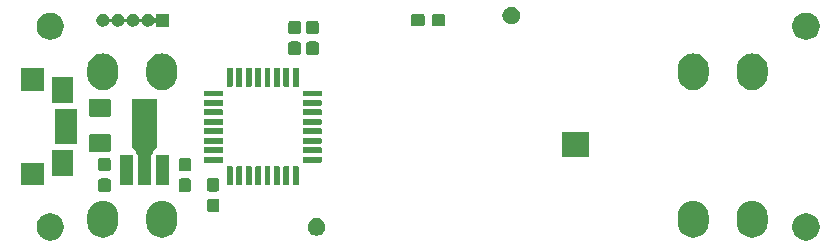
<source format=gbs>
G04 #@! TF.GenerationSoftware,KiCad,Pcbnew,(5.1.5-0-10_14)*
G04 #@! TF.CreationDate,2021-02-01T23:02:05+09:00*
G04 #@! TF.ProjectId,StickMouse,53746963-6b4d-46f7-9573-652e6b696361,V1.0*
G04 #@! TF.SameCoordinates,Original*
G04 #@! TF.FileFunction,Soldermask,Bot*
G04 #@! TF.FilePolarity,Negative*
%FSLAX46Y46*%
G04 Gerber Fmt 4.6, Leading zero omitted, Abs format (unit mm)*
G04 Created by KiCad (PCBNEW (5.1.5-0-10_14)) date 2021-02-01 23:02:05*
%MOMM*%
%LPD*%
G04 APERTURE LIST*
%ADD10C,0.100000*%
G04 APERTURE END LIST*
D10*
G36*
X32224549Y-5871116D02*
G01*
X32335734Y-5893232D01*
X32545203Y-5979997D01*
X32733720Y-6105960D01*
X32894040Y-6266280D01*
X33020003Y-6454797D01*
X33106768Y-6664266D01*
X33151000Y-6886636D01*
X33151000Y-7113364D01*
X33106768Y-7335734D01*
X33020003Y-7545203D01*
X32894040Y-7733720D01*
X32733720Y-7894040D01*
X32545203Y-8020003D01*
X32335734Y-8106768D01*
X32224549Y-8128884D01*
X32113365Y-8151000D01*
X31886635Y-8151000D01*
X31775451Y-8128884D01*
X31664266Y-8106768D01*
X31454797Y-8020003D01*
X31266280Y-7894040D01*
X31105960Y-7733720D01*
X30979997Y-7545203D01*
X30893232Y-7335734D01*
X30849000Y-7113364D01*
X30849000Y-6886636D01*
X30893232Y-6664266D01*
X30979997Y-6454797D01*
X31105960Y-6266280D01*
X31266280Y-6105960D01*
X31454797Y-5979997D01*
X31664266Y-5893232D01*
X31775451Y-5871116D01*
X31886635Y-5849000D01*
X32113365Y-5849000D01*
X32224549Y-5871116D01*
G37*
G36*
X-31775451Y-5871116D02*
G01*
X-31664266Y-5893232D01*
X-31454797Y-5979997D01*
X-31266280Y-6105960D01*
X-31105960Y-6266280D01*
X-30979997Y-6454797D01*
X-30893232Y-6664266D01*
X-30849000Y-6886636D01*
X-30849000Y-7113364D01*
X-30893232Y-7335734D01*
X-30979997Y-7545203D01*
X-31105960Y-7733720D01*
X-31266280Y-7894040D01*
X-31454797Y-8020003D01*
X-31664266Y-8106768D01*
X-31775451Y-8128884D01*
X-31886635Y-8151000D01*
X-32113365Y-8151000D01*
X-32224549Y-8128884D01*
X-32335734Y-8106768D01*
X-32545203Y-8020003D01*
X-32733720Y-7894040D01*
X-32894040Y-7733720D01*
X-33020003Y-7545203D01*
X-33106768Y-7335734D01*
X-33151000Y-7113364D01*
X-33151000Y-6886636D01*
X-33106768Y-6664266D01*
X-33020003Y-6454797D01*
X-32894040Y-6266280D01*
X-32733720Y-6105960D01*
X-32545203Y-5979997D01*
X-32335734Y-5893232D01*
X-32224549Y-5871116D01*
X-32113365Y-5849000D01*
X-31886635Y-5849000D01*
X-31775451Y-5871116D01*
G37*
G36*
X22705039Y-4817825D02*
G01*
X22950279Y-4892218D01*
X23176293Y-5013025D01*
X23374396Y-5175604D01*
X23536976Y-5373707D01*
X23625492Y-5539309D01*
X23657782Y-5599720D01*
X23732175Y-5844960D01*
X23751000Y-6036095D01*
X23751000Y-6663904D01*
X23732175Y-6855039D01*
X23657782Y-7100279D01*
X23536975Y-7326294D01*
X23494624Y-7377899D01*
X23374397Y-7524397D01*
X23227899Y-7644624D01*
X23176294Y-7686975D01*
X22950280Y-7807782D01*
X22705040Y-7882175D01*
X22450000Y-7907294D01*
X22194961Y-7882175D01*
X21949721Y-7807782D01*
X21723707Y-7686975D01*
X21597428Y-7583340D01*
X21525604Y-7524396D01*
X21363024Y-7326293D01*
X21242219Y-7100282D01*
X21234237Y-7073968D01*
X21167825Y-6855040D01*
X21149036Y-6664267D01*
X21149000Y-6663906D01*
X21149000Y-6036095D01*
X21167825Y-5844962D01*
X21167825Y-5844961D01*
X21242218Y-5599721D01*
X21363025Y-5373707D01*
X21525604Y-5175604D01*
X21723706Y-5013025D01*
X21723705Y-5013025D01*
X21723707Y-5013024D01*
X21949718Y-4892219D01*
X21949720Y-4892218D01*
X22194960Y-4817825D01*
X22450000Y-4792706D01*
X22705039Y-4817825D01*
G37*
G36*
X27705039Y-4817825D02*
G01*
X27950279Y-4892218D01*
X28176293Y-5013025D01*
X28374396Y-5175604D01*
X28536976Y-5373707D01*
X28625492Y-5539309D01*
X28657782Y-5599720D01*
X28732175Y-5844960D01*
X28751000Y-6036095D01*
X28751000Y-6663904D01*
X28732175Y-6855039D01*
X28657782Y-7100279D01*
X28536975Y-7326294D01*
X28494624Y-7377899D01*
X28374397Y-7524397D01*
X28227899Y-7644624D01*
X28176294Y-7686975D01*
X27950280Y-7807782D01*
X27705040Y-7882175D01*
X27450000Y-7907294D01*
X27194961Y-7882175D01*
X26949721Y-7807782D01*
X26723707Y-7686975D01*
X26597428Y-7583340D01*
X26525604Y-7524396D01*
X26363024Y-7326293D01*
X26242219Y-7100282D01*
X26234237Y-7073968D01*
X26167825Y-6855040D01*
X26149036Y-6664267D01*
X26149000Y-6663906D01*
X26149000Y-6036095D01*
X26167825Y-5844962D01*
X26167825Y-5844961D01*
X26242218Y-5599721D01*
X26363025Y-5373707D01*
X26525604Y-5175604D01*
X26723706Y-5013025D01*
X26723705Y-5013025D01*
X26723707Y-5013024D01*
X26949718Y-4892219D01*
X26949720Y-4892218D01*
X27194960Y-4817825D01*
X27450000Y-4792706D01*
X27705039Y-4817825D01*
G37*
G36*
X-27294961Y-4817825D02*
G01*
X-27049721Y-4892218D01*
X-26823707Y-5013025D01*
X-26625604Y-5175604D01*
X-26463024Y-5373707D01*
X-26374508Y-5539309D01*
X-26342218Y-5599720D01*
X-26267825Y-5844960D01*
X-26249000Y-6036095D01*
X-26249000Y-6663904D01*
X-26267825Y-6855039D01*
X-26342218Y-7100279D01*
X-26463025Y-7326294D01*
X-26505376Y-7377899D01*
X-26625603Y-7524397D01*
X-26772101Y-7644624D01*
X-26823706Y-7686975D01*
X-27049720Y-7807782D01*
X-27294960Y-7882175D01*
X-27550000Y-7907294D01*
X-27805039Y-7882175D01*
X-28050279Y-7807782D01*
X-28276293Y-7686975D01*
X-28402572Y-7583340D01*
X-28474396Y-7524396D01*
X-28636976Y-7326293D01*
X-28757781Y-7100282D01*
X-28765763Y-7073968D01*
X-28832175Y-6855040D01*
X-28850964Y-6664267D01*
X-28851000Y-6663906D01*
X-28851000Y-6036095D01*
X-28832175Y-5844962D01*
X-28832175Y-5844961D01*
X-28757782Y-5599721D01*
X-28636975Y-5373707D01*
X-28474396Y-5175604D01*
X-28276294Y-5013025D01*
X-28276295Y-5013025D01*
X-28276293Y-5013024D01*
X-28050282Y-4892219D01*
X-28050280Y-4892218D01*
X-27805040Y-4817825D01*
X-27550000Y-4792706D01*
X-27294961Y-4817825D01*
G37*
G36*
X-22294961Y-4817825D02*
G01*
X-22049721Y-4892218D01*
X-21823707Y-5013025D01*
X-21625604Y-5175604D01*
X-21463024Y-5373707D01*
X-21374508Y-5539309D01*
X-21342218Y-5599720D01*
X-21267825Y-5844960D01*
X-21249000Y-6036095D01*
X-21249000Y-6663904D01*
X-21267825Y-6855039D01*
X-21342218Y-7100279D01*
X-21463025Y-7326294D01*
X-21505376Y-7377899D01*
X-21625603Y-7524397D01*
X-21772101Y-7644624D01*
X-21823706Y-7686975D01*
X-22049720Y-7807782D01*
X-22294960Y-7882175D01*
X-22550000Y-7907294D01*
X-22805039Y-7882175D01*
X-23050279Y-7807782D01*
X-23276293Y-7686975D01*
X-23402572Y-7583340D01*
X-23474396Y-7524396D01*
X-23636976Y-7326293D01*
X-23757781Y-7100282D01*
X-23765763Y-7073968D01*
X-23832175Y-6855040D01*
X-23850964Y-6664267D01*
X-23851000Y-6663906D01*
X-23851000Y-6036095D01*
X-23832175Y-5844962D01*
X-23832175Y-5844961D01*
X-23757782Y-5599721D01*
X-23636975Y-5373707D01*
X-23474396Y-5175604D01*
X-23276294Y-5013025D01*
X-23276295Y-5013025D01*
X-23276293Y-5013024D01*
X-23050282Y-4892219D01*
X-23050280Y-4892218D01*
X-22805040Y-4817825D01*
X-22550000Y-4792706D01*
X-22294961Y-4817825D01*
G37*
G36*
X-9230941Y-6277860D02*
G01*
X-9094268Y-6334472D01*
X-8971265Y-6416660D01*
X-8866660Y-6521265D01*
X-8866659Y-6521267D01*
X-8784471Y-6644270D01*
X-8727860Y-6780941D01*
X-8699000Y-6926032D01*
X-8699000Y-7073968D01*
X-8727860Y-7219059D01*
X-8776188Y-7335734D01*
X-8784472Y-7355732D01*
X-8866660Y-7478735D01*
X-8971265Y-7583340D01*
X-9094268Y-7665528D01*
X-9094269Y-7665529D01*
X-9094270Y-7665529D01*
X-9230941Y-7722140D01*
X-9376032Y-7751000D01*
X-9523968Y-7751000D01*
X-9669059Y-7722140D01*
X-9805730Y-7665529D01*
X-9805731Y-7665529D01*
X-9805732Y-7665528D01*
X-9928735Y-7583340D01*
X-10033340Y-7478735D01*
X-10115528Y-7355732D01*
X-10123811Y-7335734D01*
X-10172140Y-7219059D01*
X-10201000Y-7073968D01*
X-10201000Y-6926032D01*
X-10172140Y-6780941D01*
X-10115529Y-6644270D01*
X-10033341Y-6521267D01*
X-10033340Y-6521265D01*
X-9928735Y-6416660D01*
X-9805732Y-6334472D01*
X-9669059Y-6277860D01*
X-9523968Y-6249000D01*
X-9376032Y-6249000D01*
X-9230941Y-6277860D01*
G37*
G36*
X-17835501Y-4603445D02*
G01*
X-17798005Y-4614820D01*
X-17763446Y-4633292D01*
X-17733153Y-4658153D01*
X-17708292Y-4688446D01*
X-17689820Y-4723005D01*
X-17678445Y-4760501D01*
X-17674000Y-4805638D01*
X-17674000Y-5544362D01*
X-17678445Y-5589499D01*
X-17689820Y-5626995D01*
X-17708292Y-5661554D01*
X-17733153Y-5691847D01*
X-17763446Y-5716708D01*
X-17798005Y-5735180D01*
X-17835501Y-5746555D01*
X-17880638Y-5751000D01*
X-18519362Y-5751000D01*
X-18564499Y-5746555D01*
X-18601995Y-5735180D01*
X-18636554Y-5716708D01*
X-18666847Y-5691847D01*
X-18691708Y-5661554D01*
X-18710180Y-5626995D01*
X-18721555Y-5589499D01*
X-18726000Y-5544362D01*
X-18726000Y-4805638D01*
X-18721555Y-4760501D01*
X-18710180Y-4723005D01*
X-18691708Y-4688446D01*
X-18666847Y-4658153D01*
X-18636554Y-4633292D01*
X-18601995Y-4614820D01*
X-18564499Y-4603445D01*
X-18519362Y-4599000D01*
X-17880638Y-4599000D01*
X-17835501Y-4603445D01*
G37*
G36*
X-20235501Y-2903445D02*
G01*
X-20198005Y-2914820D01*
X-20163446Y-2933292D01*
X-20133153Y-2958153D01*
X-20108292Y-2988446D01*
X-20089820Y-3023005D01*
X-20078445Y-3060501D01*
X-20074000Y-3105638D01*
X-20074000Y-3844362D01*
X-20078445Y-3889499D01*
X-20089820Y-3926995D01*
X-20108292Y-3961554D01*
X-20133153Y-3991847D01*
X-20163446Y-4016708D01*
X-20198005Y-4035180D01*
X-20235501Y-4046555D01*
X-20280638Y-4051000D01*
X-20919362Y-4051000D01*
X-20964499Y-4046555D01*
X-21001995Y-4035180D01*
X-21036554Y-4016708D01*
X-21066847Y-3991847D01*
X-21091708Y-3961554D01*
X-21110180Y-3926995D01*
X-21121555Y-3889499D01*
X-21126000Y-3844362D01*
X-21126000Y-3105638D01*
X-21121555Y-3060501D01*
X-21110180Y-3023005D01*
X-21091708Y-2988446D01*
X-21066847Y-2958153D01*
X-21036554Y-2933292D01*
X-21001995Y-2914820D01*
X-20964499Y-2903445D01*
X-20919362Y-2899000D01*
X-20280638Y-2899000D01*
X-20235501Y-2903445D01*
G37*
G36*
X-27035501Y-2903445D02*
G01*
X-26998005Y-2914820D01*
X-26963446Y-2933292D01*
X-26933153Y-2958153D01*
X-26908292Y-2988446D01*
X-26889820Y-3023005D01*
X-26878445Y-3060501D01*
X-26874000Y-3105638D01*
X-26874000Y-3844362D01*
X-26878445Y-3889499D01*
X-26889820Y-3926995D01*
X-26908292Y-3961554D01*
X-26933153Y-3991847D01*
X-26963446Y-4016708D01*
X-26998005Y-4035180D01*
X-27035501Y-4046555D01*
X-27080638Y-4051000D01*
X-27719362Y-4051000D01*
X-27764499Y-4046555D01*
X-27801995Y-4035180D01*
X-27836554Y-4016708D01*
X-27866847Y-3991847D01*
X-27891708Y-3961554D01*
X-27910180Y-3926995D01*
X-27921555Y-3889499D01*
X-27926000Y-3844362D01*
X-27926000Y-3105638D01*
X-27921555Y-3060501D01*
X-27910180Y-3023005D01*
X-27891708Y-2988446D01*
X-27866847Y-2958153D01*
X-27836554Y-2933292D01*
X-27801995Y-2914820D01*
X-27764499Y-2903445D01*
X-27719362Y-2899000D01*
X-27080638Y-2899000D01*
X-27035501Y-2903445D01*
G37*
G36*
X-17835501Y-2853445D02*
G01*
X-17798005Y-2864820D01*
X-17763446Y-2883292D01*
X-17733153Y-2908153D01*
X-17708292Y-2938446D01*
X-17689820Y-2973005D01*
X-17678445Y-3010501D01*
X-17674000Y-3055638D01*
X-17674000Y-3794362D01*
X-17678445Y-3839499D01*
X-17689820Y-3876995D01*
X-17708292Y-3911554D01*
X-17733153Y-3941847D01*
X-17763446Y-3966708D01*
X-17798005Y-3985180D01*
X-17835501Y-3996555D01*
X-17880638Y-4001000D01*
X-18519362Y-4001000D01*
X-18564499Y-3996555D01*
X-18601995Y-3985180D01*
X-18636554Y-3966708D01*
X-18666847Y-3941847D01*
X-18691708Y-3911554D01*
X-18710180Y-3876995D01*
X-18721555Y-3839499D01*
X-18726000Y-3794362D01*
X-18726000Y-3055638D01*
X-18721555Y-3010501D01*
X-18710180Y-2973005D01*
X-18691708Y-2938446D01*
X-18666847Y-2908153D01*
X-18636554Y-2883292D01*
X-18601995Y-2864820D01*
X-18564499Y-2853445D01*
X-18519362Y-2849000D01*
X-17880638Y-2849000D01*
X-17835501Y-2853445D01*
G37*
G36*
X-21949000Y-3481000D02*
G01*
X-23051000Y-3481000D01*
X-23051000Y-879000D01*
X-21949000Y-879000D01*
X-21949000Y-3481000D01*
G37*
G36*
X-22949000Y-19001D02*
G01*
X-22946598Y-43387D01*
X-22939485Y-66836D01*
X-22927934Y-88447D01*
X-22912389Y-107389D01*
X-22893447Y-122934D01*
X-22891393Y-124032D01*
X-22928006Y-178951D01*
X-22939535Y-200574D01*
X-22946624Y-224030D01*
X-22949000Y-248288D01*
X-22949000Y-274051D01*
X-22970310Y-280515D01*
X-22991921Y-292066D01*
X-23010863Y-307611D01*
X-23026480Y-326662D01*
X-23265148Y-684664D01*
X-23271493Y-696565D01*
X-23280004Y-706947D01*
X-23428006Y-928950D01*
X-23439535Y-950573D01*
X-23446624Y-974029D01*
X-23449000Y-998287D01*
X-23449000Y-3481000D01*
X-24551000Y-3481000D01*
X-24551000Y-998287D01*
X-24553402Y-973901D01*
X-24560515Y-950452D01*
X-24571994Y-928950D01*
X-24719996Y-706947D01*
X-24728500Y-696563D01*
X-24734852Y-684664D01*
X-24973520Y-326662D01*
X-24989045Y-307704D01*
X-25007971Y-292139D01*
X-25029569Y-280565D01*
X-25051000Y-274039D01*
X-25051000Y-248288D01*
X-25053402Y-223902D01*
X-25060515Y-200453D01*
X-25071994Y-178951D01*
X-25108607Y-124032D01*
X-25106553Y-122934D01*
X-25087611Y-107389D01*
X-25072066Y-88447D01*
X-25060515Y-66836D01*
X-25053402Y-43387D01*
X-25051000Y-19001D01*
X-25051000Y3831000D01*
X-22949000Y3831000D01*
X-22949000Y-19001D01*
G37*
G36*
X-24949000Y-3481000D02*
G01*
X-26051000Y-3481000D01*
X-26051000Y-879000D01*
X-24949000Y-879000D01*
X-24949000Y-3481000D01*
G37*
G36*
X-10999830Y-1875803D02*
G01*
X-10988125Y-1879354D01*
X-10977335Y-1885121D01*
X-10967881Y-1892881D01*
X-10960121Y-1902335D01*
X-10954354Y-1913125D01*
X-10950803Y-1924830D01*
X-10949000Y-1943138D01*
X-10949000Y-3406862D01*
X-10950803Y-3425170D01*
X-10954354Y-3436875D01*
X-10960121Y-3447665D01*
X-10967881Y-3457119D01*
X-10977335Y-3464879D01*
X-10988125Y-3470646D01*
X-10999830Y-3474197D01*
X-11018138Y-3476000D01*
X-11381862Y-3476000D01*
X-11400170Y-3474197D01*
X-11411875Y-3470646D01*
X-11422665Y-3464879D01*
X-11432119Y-3457119D01*
X-11439879Y-3447665D01*
X-11445646Y-3436875D01*
X-11449197Y-3425170D01*
X-11451000Y-3406862D01*
X-11451000Y-1943138D01*
X-11449197Y-1924830D01*
X-11445646Y-1913125D01*
X-11439879Y-1902335D01*
X-11432119Y-1892881D01*
X-11422665Y-1885121D01*
X-11411875Y-1879354D01*
X-11400170Y-1875803D01*
X-11381862Y-1874000D01*
X-11018138Y-1874000D01*
X-10999830Y-1875803D01*
G37*
G36*
X-12599830Y-1875803D02*
G01*
X-12588125Y-1879354D01*
X-12577335Y-1885121D01*
X-12567881Y-1892881D01*
X-12560121Y-1902335D01*
X-12554354Y-1913125D01*
X-12550803Y-1924830D01*
X-12549000Y-1943138D01*
X-12549000Y-3406862D01*
X-12550803Y-3425170D01*
X-12554354Y-3436875D01*
X-12560121Y-3447665D01*
X-12567881Y-3457119D01*
X-12577335Y-3464879D01*
X-12588125Y-3470646D01*
X-12599830Y-3474197D01*
X-12618138Y-3476000D01*
X-12981862Y-3476000D01*
X-13000170Y-3474197D01*
X-13011875Y-3470646D01*
X-13022665Y-3464879D01*
X-13032119Y-3457119D01*
X-13039879Y-3447665D01*
X-13045646Y-3436875D01*
X-13049197Y-3425170D01*
X-13051000Y-3406862D01*
X-13051000Y-1943138D01*
X-13049197Y-1924830D01*
X-13045646Y-1913125D01*
X-13039879Y-1902335D01*
X-13032119Y-1892881D01*
X-13022665Y-1885121D01*
X-13011875Y-1879354D01*
X-13000170Y-1875803D01*
X-12981862Y-1874000D01*
X-12618138Y-1874000D01*
X-12599830Y-1875803D01*
G37*
G36*
X-16599830Y-1875803D02*
G01*
X-16588125Y-1879354D01*
X-16577335Y-1885121D01*
X-16567881Y-1892881D01*
X-16560121Y-1902335D01*
X-16554354Y-1913125D01*
X-16550803Y-1924830D01*
X-16549000Y-1943138D01*
X-16549000Y-3406862D01*
X-16550803Y-3425170D01*
X-16554354Y-3436875D01*
X-16560121Y-3447665D01*
X-16567881Y-3457119D01*
X-16577335Y-3464879D01*
X-16588125Y-3470646D01*
X-16599830Y-3474197D01*
X-16618138Y-3476000D01*
X-16981862Y-3476000D01*
X-17000170Y-3474197D01*
X-17011875Y-3470646D01*
X-17022665Y-3464879D01*
X-17032119Y-3457119D01*
X-17039879Y-3447665D01*
X-17045646Y-3436875D01*
X-17049197Y-3425170D01*
X-17051000Y-3406862D01*
X-17051000Y-1943138D01*
X-17049197Y-1924830D01*
X-17045646Y-1913125D01*
X-17039879Y-1902335D01*
X-17032119Y-1892881D01*
X-17022665Y-1885121D01*
X-17011875Y-1879354D01*
X-17000170Y-1875803D01*
X-16981862Y-1874000D01*
X-16618138Y-1874000D01*
X-16599830Y-1875803D01*
G37*
G36*
X-15799830Y-1875803D02*
G01*
X-15788125Y-1879354D01*
X-15777335Y-1885121D01*
X-15767881Y-1892881D01*
X-15760121Y-1902335D01*
X-15754354Y-1913125D01*
X-15750803Y-1924830D01*
X-15749000Y-1943138D01*
X-15749000Y-3406862D01*
X-15750803Y-3425170D01*
X-15754354Y-3436875D01*
X-15760121Y-3447665D01*
X-15767881Y-3457119D01*
X-15777335Y-3464879D01*
X-15788125Y-3470646D01*
X-15799830Y-3474197D01*
X-15818138Y-3476000D01*
X-16181862Y-3476000D01*
X-16200170Y-3474197D01*
X-16211875Y-3470646D01*
X-16222665Y-3464879D01*
X-16232119Y-3457119D01*
X-16239879Y-3447665D01*
X-16245646Y-3436875D01*
X-16249197Y-3425170D01*
X-16251000Y-3406862D01*
X-16251000Y-1943138D01*
X-16249197Y-1924830D01*
X-16245646Y-1913125D01*
X-16239879Y-1902335D01*
X-16232119Y-1892881D01*
X-16222665Y-1885121D01*
X-16211875Y-1879354D01*
X-16200170Y-1875803D01*
X-16181862Y-1874000D01*
X-15818138Y-1874000D01*
X-15799830Y-1875803D01*
G37*
G36*
X-14999830Y-1875803D02*
G01*
X-14988125Y-1879354D01*
X-14977335Y-1885121D01*
X-14967881Y-1892881D01*
X-14960121Y-1902335D01*
X-14954354Y-1913125D01*
X-14950803Y-1924830D01*
X-14949000Y-1943138D01*
X-14949000Y-3406862D01*
X-14950803Y-3425170D01*
X-14954354Y-3436875D01*
X-14960121Y-3447665D01*
X-14967881Y-3457119D01*
X-14977335Y-3464879D01*
X-14988125Y-3470646D01*
X-14999830Y-3474197D01*
X-15018138Y-3476000D01*
X-15381862Y-3476000D01*
X-15400170Y-3474197D01*
X-15411875Y-3470646D01*
X-15422665Y-3464879D01*
X-15432119Y-3457119D01*
X-15439879Y-3447665D01*
X-15445646Y-3436875D01*
X-15449197Y-3425170D01*
X-15451000Y-3406862D01*
X-15451000Y-1943138D01*
X-15449197Y-1924830D01*
X-15445646Y-1913125D01*
X-15439879Y-1902335D01*
X-15432119Y-1892881D01*
X-15422665Y-1885121D01*
X-15411875Y-1879354D01*
X-15400170Y-1875803D01*
X-15381862Y-1874000D01*
X-15018138Y-1874000D01*
X-14999830Y-1875803D01*
G37*
G36*
X-14199830Y-1875803D02*
G01*
X-14188125Y-1879354D01*
X-14177335Y-1885121D01*
X-14167881Y-1892881D01*
X-14160121Y-1902335D01*
X-14154354Y-1913125D01*
X-14150803Y-1924830D01*
X-14149000Y-1943138D01*
X-14149000Y-3406862D01*
X-14150803Y-3425170D01*
X-14154354Y-3436875D01*
X-14160121Y-3447665D01*
X-14167881Y-3457119D01*
X-14177335Y-3464879D01*
X-14188125Y-3470646D01*
X-14199830Y-3474197D01*
X-14218138Y-3476000D01*
X-14581862Y-3476000D01*
X-14600170Y-3474197D01*
X-14611875Y-3470646D01*
X-14622665Y-3464879D01*
X-14632119Y-3457119D01*
X-14639879Y-3447665D01*
X-14645646Y-3436875D01*
X-14649197Y-3425170D01*
X-14651000Y-3406862D01*
X-14651000Y-1943138D01*
X-14649197Y-1924830D01*
X-14645646Y-1913125D01*
X-14639879Y-1902335D01*
X-14632119Y-1892881D01*
X-14622665Y-1885121D01*
X-14611875Y-1879354D01*
X-14600170Y-1875803D01*
X-14581862Y-1874000D01*
X-14218138Y-1874000D01*
X-14199830Y-1875803D01*
G37*
G36*
X-13399830Y-1875803D02*
G01*
X-13388125Y-1879354D01*
X-13377335Y-1885121D01*
X-13367881Y-1892881D01*
X-13360121Y-1902335D01*
X-13354354Y-1913125D01*
X-13350803Y-1924830D01*
X-13349000Y-1943138D01*
X-13349000Y-3406862D01*
X-13350803Y-3425170D01*
X-13354354Y-3436875D01*
X-13360121Y-3447665D01*
X-13367881Y-3457119D01*
X-13377335Y-3464879D01*
X-13388125Y-3470646D01*
X-13399830Y-3474197D01*
X-13418138Y-3476000D01*
X-13781862Y-3476000D01*
X-13800170Y-3474197D01*
X-13811875Y-3470646D01*
X-13822665Y-3464879D01*
X-13832119Y-3457119D01*
X-13839879Y-3447665D01*
X-13845646Y-3436875D01*
X-13849197Y-3425170D01*
X-13851000Y-3406862D01*
X-13851000Y-1943138D01*
X-13849197Y-1924830D01*
X-13845646Y-1913125D01*
X-13839879Y-1902335D01*
X-13832119Y-1892881D01*
X-13822665Y-1885121D01*
X-13811875Y-1879354D01*
X-13800170Y-1875803D01*
X-13781862Y-1874000D01*
X-13418138Y-1874000D01*
X-13399830Y-1875803D01*
G37*
G36*
X-11799830Y-1875803D02*
G01*
X-11788125Y-1879354D01*
X-11777335Y-1885121D01*
X-11767881Y-1892881D01*
X-11760121Y-1902335D01*
X-11754354Y-1913125D01*
X-11750803Y-1924830D01*
X-11749000Y-1943138D01*
X-11749000Y-3406862D01*
X-11750803Y-3425170D01*
X-11754354Y-3436875D01*
X-11760121Y-3447665D01*
X-11767881Y-3457119D01*
X-11777335Y-3464879D01*
X-11788125Y-3470646D01*
X-11799830Y-3474197D01*
X-11818138Y-3476000D01*
X-12181862Y-3476000D01*
X-12200170Y-3474197D01*
X-12211875Y-3470646D01*
X-12222665Y-3464879D01*
X-12232119Y-3457119D01*
X-12239879Y-3447665D01*
X-12245646Y-3436875D01*
X-12249197Y-3425170D01*
X-12251000Y-3406862D01*
X-12251000Y-1943138D01*
X-12249197Y-1924830D01*
X-12245646Y-1913125D01*
X-12239879Y-1902335D01*
X-12232119Y-1892881D01*
X-12222665Y-1885121D01*
X-12211875Y-1879354D01*
X-12200170Y-1875803D01*
X-12181862Y-1874000D01*
X-11818138Y-1874000D01*
X-11799830Y-1875803D01*
G37*
G36*
X-32499000Y-3451000D02*
G01*
X-34501000Y-3451000D01*
X-34501000Y-1549000D01*
X-32499000Y-1549000D01*
X-32499000Y-3451000D01*
G37*
G36*
X-30099000Y-2701000D02*
G01*
X-31801000Y-2701000D01*
X-31801000Y-499000D01*
X-30099000Y-499000D01*
X-30099000Y-2701000D01*
G37*
G36*
X-20235501Y-1153445D02*
G01*
X-20198005Y-1164820D01*
X-20163446Y-1183292D01*
X-20133153Y-1208153D01*
X-20108292Y-1238446D01*
X-20089820Y-1273005D01*
X-20078445Y-1310501D01*
X-20074000Y-1355638D01*
X-20074000Y-2094362D01*
X-20078445Y-2139499D01*
X-20089820Y-2176995D01*
X-20108292Y-2211554D01*
X-20133153Y-2241847D01*
X-20163446Y-2266708D01*
X-20198005Y-2285180D01*
X-20235501Y-2296555D01*
X-20280638Y-2301000D01*
X-20919362Y-2301000D01*
X-20964499Y-2296555D01*
X-21001995Y-2285180D01*
X-21036554Y-2266708D01*
X-21066847Y-2241847D01*
X-21091708Y-2211554D01*
X-21110180Y-2176995D01*
X-21121555Y-2139499D01*
X-21126000Y-2094362D01*
X-21126000Y-1355638D01*
X-21121555Y-1310501D01*
X-21110180Y-1273005D01*
X-21091708Y-1238446D01*
X-21066847Y-1208153D01*
X-21036554Y-1183292D01*
X-21001995Y-1164820D01*
X-20964499Y-1153445D01*
X-20919362Y-1149000D01*
X-20280638Y-1149000D01*
X-20235501Y-1153445D01*
G37*
G36*
X-27035501Y-1153445D02*
G01*
X-26998005Y-1164820D01*
X-26963446Y-1183292D01*
X-26933153Y-1208153D01*
X-26908292Y-1238446D01*
X-26889820Y-1273005D01*
X-26878445Y-1310501D01*
X-26874000Y-1355638D01*
X-26874000Y-2094362D01*
X-26878445Y-2139499D01*
X-26889820Y-2176995D01*
X-26908292Y-2211554D01*
X-26933153Y-2241847D01*
X-26963446Y-2266708D01*
X-26998005Y-2285180D01*
X-27035501Y-2296555D01*
X-27080638Y-2301000D01*
X-27719362Y-2301000D01*
X-27764499Y-2296555D01*
X-27801995Y-2285180D01*
X-27836554Y-2266708D01*
X-27866847Y-2241847D01*
X-27891708Y-2211554D01*
X-27910180Y-2176995D01*
X-27921555Y-2139499D01*
X-27926000Y-2094362D01*
X-27926000Y-1355638D01*
X-27921555Y-1310501D01*
X-27910180Y-1273005D01*
X-27891708Y-1238446D01*
X-27866847Y-1208153D01*
X-27836554Y-1183292D01*
X-27801995Y-1164820D01*
X-27764499Y-1153445D01*
X-27719362Y-1149000D01*
X-27080638Y-1149000D01*
X-27035501Y-1153445D01*
G37*
G36*
X-9074830Y-1050803D02*
G01*
X-9063125Y-1054354D01*
X-9052335Y-1060121D01*
X-9042881Y-1067881D01*
X-9035121Y-1077335D01*
X-9029354Y-1088125D01*
X-9025803Y-1099830D01*
X-9024000Y-1118138D01*
X-9024000Y-1481862D01*
X-9025803Y-1500170D01*
X-9029354Y-1511875D01*
X-9035121Y-1522665D01*
X-9042881Y-1532119D01*
X-9052335Y-1539879D01*
X-9063125Y-1545646D01*
X-9074830Y-1549197D01*
X-9093138Y-1551000D01*
X-10556862Y-1551000D01*
X-10575170Y-1549197D01*
X-10586875Y-1545646D01*
X-10597665Y-1539879D01*
X-10607119Y-1532119D01*
X-10614879Y-1522665D01*
X-10620646Y-1511875D01*
X-10624197Y-1500170D01*
X-10626000Y-1481862D01*
X-10626000Y-1118138D01*
X-10624197Y-1099830D01*
X-10620646Y-1088125D01*
X-10614879Y-1077335D01*
X-10607119Y-1067881D01*
X-10597665Y-1060121D01*
X-10586875Y-1054354D01*
X-10575170Y-1050803D01*
X-10556862Y-1049000D01*
X-9093138Y-1049000D01*
X-9074830Y-1050803D01*
G37*
G36*
X-17424830Y-1050803D02*
G01*
X-17413125Y-1054354D01*
X-17402335Y-1060121D01*
X-17392881Y-1067881D01*
X-17385121Y-1077335D01*
X-17379354Y-1088125D01*
X-17375803Y-1099830D01*
X-17374000Y-1118138D01*
X-17374000Y-1481862D01*
X-17375803Y-1500170D01*
X-17379354Y-1511875D01*
X-17385121Y-1522665D01*
X-17392881Y-1532119D01*
X-17402335Y-1539879D01*
X-17413125Y-1545646D01*
X-17424830Y-1549197D01*
X-17443138Y-1551000D01*
X-18906862Y-1551000D01*
X-18925170Y-1549197D01*
X-18936875Y-1545646D01*
X-18947665Y-1539879D01*
X-18957119Y-1532119D01*
X-18964879Y-1522665D01*
X-18970646Y-1511875D01*
X-18974197Y-1500170D01*
X-18976000Y-1481862D01*
X-18976000Y-1118138D01*
X-18974197Y-1099830D01*
X-18970646Y-1088125D01*
X-18964879Y-1077335D01*
X-18957119Y-1067881D01*
X-18947665Y-1060121D01*
X-18936875Y-1054354D01*
X-18925170Y-1050803D01*
X-18906862Y-1049000D01*
X-17443138Y-1049000D01*
X-17424830Y-1050803D01*
G37*
G36*
X13626000Y-1051000D02*
G01*
X11374000Y-1051000D01*
X11374000Y1051000D01*
X13626000Y1051000D01*
X13626000Y-1051000D01*
G37*
G36*
X-9074830Y-250803D02*
G01*
X-9063125Y-254354D01*
X-9052335Y-260121D01*
X-9042881Y-267881D01*
X-9035121Y-277335D01*
X-9029354Y-288125D01*
X-9025803Y-299830D01*
X-9024000Y-318138D01*
X-9024000Y-681862D01*
X-9025803Y-700170D01*
X-9029354Y-711875D01*
X-9035121Y-722665D01*
X-9042881Y-732119D01*
X-9052335Y-739879D01*
X-9063125Y-745646D01*
X-9074830Y-749197D01*
X-9093138Y-751000D01*
X-10556862Y-751000D01*
X-10575170Y-749197D01*
X-10586875Y-745646D01*
X-10597665Y-739879D01*
X-10607119Y-732119D01*
X-10614879Y-722665D01*
X-10620646Y-711875D01*
X-10624197Y-700170D01*
X-10626000Y-681862D01*
X-10626000Y-318138D01*
X-10624197Y-299830D01*
X-10620646Y-288125D01*
X-10614879Y-277335D01*
X-10607119Y-267881D01*
X-10597665Y-260121D01*
X-10586875Y-254354D01*
X-10575170Y-250803D01*
X-10556862Y-249000D01*
X-9093138Y-249000D01*
X-9074830Y-250803D01*
G37*
G36*
X-17424830Y-250803D02*
G01*
X-17413125Y-254354D01*
X-17402335Y-260121D01*
X-17392881Y-267881D01*
X-17385121Y-277335D01*
X-17379354Y-288125D01*
X-17375803Y-299830D01*
X-17374000Y-318138D01*
X-17374000Y-681862D01*
X-17375803Y-700170D01*
X-17379354Y-711875D01*
X-17385121Y-722665D01*
X-17392881Y-732119D01*
X-17402335Y-739879D01*
X-17413125Y-745646D01*
X-17424830Y-749197D01*
X-17443138Y-751000D01*
X-18906862Y-751000D01*
X-18925170Y-749197D01*
X-18936875Y-745646D01*
X-18947665Y-739879D01*
X-18957119Y-732119D01*
X-18964879Y-722665D01*
X-18970646Y-711875D01*
X-18974197Y-700170D01*
X-18976000Y-681862D01*
X-18976000Y-318138D01*
X-18974197Y-299830D01*
X-18970646Y-288125D01*
X-18964879Y-277335D01*
X-18957119Y-267881D01*
X-18947665Y-260121D01*
X-18936875Y-254354D01*
X-18925170Y-250803D01*
X-18906862Y-249000D01*
X-17443138Y-249000D01*
X-17424830Y-250803D01*
G37*
G36*
X-27024438Y871819D02*
G01*
X-26989519Y861226D01*
X-26957337Y844024D01*
X-26929127Y820873D01*
X-26905976Y792663D01*
X-26888774Y760481D01*
X-26878181Y725562D01*
X-26874000Y683105D01*
X-26874000Y-458105D01*
X-26878181Y-500562D01*
X-26888774Y-535481D01*
X-26905976Y-567663D01*
X-26929127Y-595873D01*
X-26957337Y-619024D01*
X-26989519Y-636226D01*
X-27024438Y-646819D01*
X-27066895Y-651000D01*
X-28533105Y-651000D01*
X-28575562Y-646819D01*
X-28610481Y-636226D01*
X-28642663Y-619024D01*
X-28670873Y-595873D01*
X-28694024Y-567663D01*
X-28711226Y-535481D01*
X-28721819Y-500562D01*
X-28726000Y-458105D01*
X-28726000Y683105D01*
X-28721819Y725562D01*
X-28711226Y760481D01*
X-28694024Y792663D01*
X-28670873Y820873D01*
X-28642663Y844024D01*
X-28610481Y861226D01*
X-28575562Y871819D01*
X-28533105Y876000D01*
X-27066895Y876000D01*
X-27024438Y871819D01*
G37*
G36*
X-29724000Y2475999D02*
G01*
X-29721598Y2451613D01*
X-29714485Y2428164D01*
X-29702934Y2406553D01*
X-29699000Y2401759D01*
X-29699000Y-1000D01*
X-31551000Y-1000D01*
X-31551000Y2474001D01*
X-31553402Y2498387D01*
X-31560515Y2521836D01*
X-31572066Y2543447D01*
X-31576000Y2548241D01*
X-31576000Y3001000D01*
X-29724000Y3001000D01*
X-29724000Y2475999D01*
G37*
G36*
X-9074830Y549197D02*
G01*
X-9063125Y545646D01*
X-9052335Y539879D01*
X-9042881Y532119D01*
X-9035121Y522665D01*
X-9029354Y511875D01*
X-9025803Y500170D01*
X-9024000Y481862D01*
X-9024000Y118138D01*
X-9025803Y99830D01*
X-9029354Y88125D01*
X-9035121Y77335D01*
X-9042881Y67881D01*
X-9052335Y60121D01*
X-9063125Y54354D01*
X-9074830Y50803D01*
X-9093138Y49000D01*
X-10556862Y49000D01*
X-10575170Y50803D01*
X-10586875Y54354D01*
X-10597665Y60121D01*
X-10607119Y67881D01*
X-10614879Y77335D01*
X-10620646Y88125D01*
X-10624197Y99830D01*
X-10626000Y118138D01*
X-10626000Y481862D01*
X-10624197Y500170D01*
X-10620646Y511875D01*
X-10614879Y522665D01*
X-10607119Y532119D01*
X-10597665Y539879D01*
X-10586875Y545646D01*
X-10575170Y549197D01*
X-10556862Y551000D01*
X-9093138Y551000D01*
X-9074830Y549197D01*
G37*
G36*
X-17424830Y549197D02*
G01*
X-17413125Y545646D01*
X-17402335Y539879D01*
X-17392881Y532119D01*
X-17385121Y522665D01*
X-17379354Y511875D01*
X-17375803Y500170D01*
X-17374000Y481862D01*
X-17374000Y118138D01*
X-17375803Y99830D01*
X-17379354Y88125D01*
X-17385121Y77335D01*
X-17392881Y67881D01*
X-17402335Y60121D01*
X-17413125Y54354D01*
X-17424830Y50803D01*
X-17443138Y49000D01*
X-18906862Y49000D01*
X-18925170Y50803D01*
X-18936875Y54354D01*
X-18947665Y60121D01*
X-18957119Y67881D01*
X-18964879Y77335D01*
X-18970646Y88125D01*
X-18974197Y99830D01*
X-18976000Y118138D01*
X-18976000Y481862D01*
X-18974197Y500170D01*
X-18970646Y511875D01*
X-18964879Y522665D01*
X-18957119Y532119D01*
X-18947665Y539879D01*
X-18936875Y545646D01*
X-18925170Y549197D01*
X-18906862Y551000D01*
X-17443138Y551000D01*
X-17424830Y549197D01*
G37*
G36*
X-17424830Y1349197D02*
G01*
X-17413125Y1345646D01*
X-17402335Y1339879D01*
X-17392881Y1332119D01*
X-17385121Y1322665D01*
X-17379354Y1311875D01*
X-17375803Y1300170D01*
X-17374000Y1281862D01*
X-17374000Y918138D01*
X-17375803Y899830D01*
X-17379354Y888125D01*
X-17385121Y877335D01*
X-17392881Y867881D01*
X-17402335Y860121D01*
X-17413125Y854354D01*
X-17424830Y850803D01*
X-17443138Y849000D01*
X-18906862Y849000D01*
X-18925170Y850803D01*
X-18936875Y854354D01*
X-18947665Y860121D01*
X-18957119Y867881D01*
X-18964879Y877335D01*
X-18970646Y888125D01*
X-18974197Y899830D01*
X-18976000Y918138D01*
X-18976000Y1281862D01*
X-18974197Y1300170D01*
X-18970646Y1311875D01*
X-18964879Y1322665D01*
X-18957119Y1332119D01*
X-18947665Y1339879D01*
X-18936875Y1345646D01*
X-18925170Y1349197D01*
X-18906862Y1351000D01*
X-17443138Y1351000D01*
X-17424830Y1349197D01*
G37*
G36*
X-9074830Y1349197D02*
G01*
X-9063125Y1345646D01*
X-9052335Y1339879D01*
X-9042881Y1332119D01*
X-9035121Y1322665D01*
X-9029354Y1311875D01*
X-9025803Y1300170D01*
X-9024000Y1281862D01*
X-9024000Y918138D01*
X-9025803Y899830D01*
X-9029354Y888125D01*
X-9035121Y877335D01*
X-9042881Y867881D01*
X-9052335Y860121D01*
X-9063125Y854354D01*
X-9074830Y850803D01*
X-9093138Y849000D01*
X-10556862Y849000D01*
X-10575170Y850803D01*
X-10586875Y854354D01*
X-10597665Y860121D01*
X-10607119Y867881D01*
X-10614879Y877335D01*
X-10620646Y888125D01*
X-10624197Y899830D01*
X-10626000Y918138D01*
X-10626000Y1281862D01*
X-10624197Y1300170D01*
X-10620646Y1311875D01*
X-10614879Y1322665D01*
X-10607119Y1332119D01*
X-10597665Y1339879D01*
X-10586875Y1345646D01*
X-10575170Y1349197D01*
X-10556862Y1351000D01*
X-9093138Y1351000D01*
X-9074830Y1349197D01*
G37*
G36*
X-17424830Y2149197D02*
G01*
X-17413125Y2145646D01*
X-17402335Y2139879D01*
X-17392881Y2132119D01*
X-17385121Y2122665D01*
X-17379354Y2111875D01*
X-17375803Y2100170D01*
X-17374000Y2081862D01*
X-17374000Y1718138D01*
X-17375803Y1699830D01*
X-17379354Y1688125D01*
X-17385121Y1677335D01*
X-17392881Y1667881D01*
X-17402335Y1660121D01*
X-17413125Y1654354D01*
X-17424830Y1650803D01*
X-17443138Y1649000D01*
X-18906862Y1649000D01*
X-18925170Y1650803D01*
X-18936875Y1654354D01*
X-18947665Y1660121D01*
X-18957119Y1667881D01*
X-18964879Y1677335D01*
X-18970646Y1688125D01*
X-18974197Y1699830D01*
X-18976000Y1718138D01*
X-18976000Y2081862D01*
X-18974197Y2100170D01*
X-18970646Y2111875D01*
X-18964879Y2122665D01*
X-18957119Y2132119D01*
X-18947665Y2139879D01*
X-18936875Y2145646D01*
X-18925170Y2149197D01*
X-18906862Y2151000D01*
X-17443138Y2151000D01*
X-17424830Y2149197D01*
G37*
G36*
X-9074830Y2149197D02*
G01*
X-9063125Y2145646D01*
X-9052335Y2139879D01*
X-9042881Y2132119D01*
X-9035121Y2122665D01*
X-9029354Y2111875D01*
X-9025803Y2100170D01*
X-9024000Y2081862D01*
X-9024000Y1718138D01*
X-9025803Y1699830D01*
X-9029354Y1688125D01*
X-9035121Y1677335D01*
X-9042881Y1667881D01*
X-9052335Y1660121D01*
X-9063125Y1654354D01*
X-9074830Y1650803D01*
X-9093138Y1649000D01*
X-10556862Y1649000D01*
X-10575170Y1650803D01*
X-10586875Y1654354D01*
X-10597665Y1660121D01*
X-10607119Y1667881D01*
X-10614879Y1677335D01*
X-10620646Y1688125D01*
X-10624197Y1699830D01*
X-10626000Y1718138D01*
X-10626000Y2081862D01*
X-10624197Y2100170D01*
X-10620646Y2111875D01*
X-10614879Y2122665D01*
X-10607119Y2132119D01*
X-10597665Y2139879D01*
X-10586875Y2145646D01*
X-10575170Y2149197D01*
X-10556862Y2151000D01*
X-9093138Y2151000D01*
X-9074830Y2149197D01*
G37*
G36*
X-27024438Y3846819D02*
G01*
X-26989519Y3836226D01*
X-26957337Y3819024D01*
X-26929127Y3795873D01*
X-26905976Y3767663D01*
X-26888774Y3735481D01*
X-26878181Y3700562D01*
X-26874000Y3658105D01*
X-26874000Y2516895D01*
X-26878181Y2474438D01*
X-26888774Y2439519D01*
X-26905976Y2407337D01*
X-26929127Y2379127D01*
X-26957337Y2355976D01*
X-26989519Y2338774D01*
X-27024438Y2328181D01*
X-27066895Y2324000D01*
X-28533105Y2324000D01*
X-28575562Y2328181D01*
X-28610481Y2338774D01*
X-28642663Y2355976D01*
X-28670873Y2379127D01*
X-28694024Y2407337D01*
X-28711226Y2439519D01*
X-28721819Y2474438D01*
X-28726000Y2516895D01*
X-28726000Y3658105D01*
X-28721819Y3700562D01*
X-28711226Y3735481D01*
X-28694024Y3767663D01*
X-28670873Y3795873D01*
X-28642663Y3819024D01*
X-28610481Y3836226D01*
X-28575562Y3846819D01*
X-28533105Y3851000D01*
X-27066895Y3851000D01*
X-27024438Y3846819D01*
G37*
G36*
X-17424830Y2949197D02*
G01*
X-17413125Y2945646D01*
X-17402335Y2939879D01*
X-17392881Y2932119D01*
X-17385121Y2922665D01*
X-17379354Y2911875D01*
X-17375803Y2900170D01*
X-17374000Y2881862D01*
X-17374000Y2518138D01*
X-17375803Y2499830D01*
X-17379354Y2488125D01*
X-17385121Y2477335D01*
X-17392881Y2467881D01*
X-17402335Y2460121D01*
X-17413125Y2454354D01*
X-17424830Y2450803D01*
X-17443138Y2449000D01*
X-18906862Y2449000D01*
X-18925170Y2450803D01*
X-18936875Y2454354D01*
X-18947665Y2460121D01*
X-18957119Y2467881D01*
X-18964879Y2477335D01*
X-18970646Y2488125D01*
X-18974197Y2499830D01*
X-18976000Y2518138D01*
X-18976000Y2881862D01*
X-18974197Y2900170D01*
X-18970646Y2911875D01*
X-18964879Y2922665D01*
X-18957119Y2932119D01*
X-18947665Y2939879D01*
X-18936875Y2945646D01*
X-18925170Y2949197D01*
X-18906862Y2951000D01*
X-17443138Y2951000D01*
X-17424830Y2949197D01*
G37*
G36*
X-9074830Y2949197D02*
G01*
X-9063125Y2945646D01*
X-9052335Y2939879D01*
X-9042881Y2932119D01*
X-9035121Y2922665D01*
X-9029354Y2911875D01*
X-9025803Y2900170D01*
X-9024000Y2881862D01*
X-9024000Y2518138D01*
X-9025803Y2499830D01*
X-9029354Y2488125D01*
X-9035121Y2477335D01*
X-9042881Y2467881D01*
X-9052335Y2460121D01*
X-9063125Y2454354D01*
X-9074830Y2450803D01*
X-9093138Y2449000D01*
X-10556862Y2449000D01*
X-10575170Y2450803D01*
X-10586875Y2454354D01*
X-10597665Y2460121D01*
X-10607119Y2467881D01*
X-10614879Y2477335D01*
X-10620646Y2488125D01*
X-10624197Y2499830D01*
X-10626000Y2518138D01*
X-10626000Y2881862D01*
X-10624197Y2900170D01*
X-10620646Y2911875D01*
X-10614879Y2922665D01*
X-10607119Y2932119D01*
X-10597665Y2939879D01*
X-10586875Y2945646D01*
X-10575170Y2949197D01*
X-10556862Y2951000D01*
X-9093138Y2951000D01*
X-9074830Y2949197D01*
G37*
G36*
X-17424830Y3749197D02*
G01*
X-17413125Y3745646D01*
X-17402335Y3739879D01*
X-17392881Y3732119D01*
X-17385121Y3722665D01*
X-17379354Y3711875D01*
X-17375803Y3700170D01*
X-17374000Y3681862D01*
X-17374000Y3318138D01*
X-17375803Y3299830D01*
X-17379354Y3288125D01*
X-17385121Y3277335D01*
X-17392881Y3267881D01*
X-17402335Y3260121D01*
X-17413125Y3254354D01*
X-17424830Y3250803D01*
X-17443138Y3249000D01*
X-18906862Y3249000D01*
X-18925170Y3250803D01*
X-18936875Y3254354D01*
X-18947665Y3260121D01*
X-18957119Y3267881D01*
X-18964879Y3277335D01*
X-18970646Y3288125D01*
X-18974197Y3299830D01*
X-18976000Y3318138D01*
X-18976000Y3681862D01*
X-18974197Y3700170D01*
X-18970646Y3711875D01*
X-18964879Y3722665D01*
X-18957119Y3732119D01*
X-18947665Y3739879D01*
X-18936875Y3745646D01*
X-18925170Y3749197D01*
X-18906862Y3751000D01*
X-17443138Y3751000D01*
X-17424830Y3749197D01*
G37*
G36*
X-9074830Y3749197D02*
G01*
X-9063125Y3745646D01*
X-9052335Y3739879D01*
X-9042881Y3732119D01*
X-9035121Y3722665D01*
X-9029354Y3711875D01*
X-9025803Y3700170D01*
X-9024000Y3681862D01*
X-9024000Y3318138D01*
X-9025803Y3299830D01*
X-9029354Y3288125D01*
X-9035121Y3277335D01*
X-9042881Y3267881D01*
X-9052335Y3260121D01*
X-9063125Y3254354D01*
X-9074830Y3250803D01*
X-9093138Y3249000D01*
X-10556862Y3249000D01*
X-10575170Y3250803D01*
X-10586875Y3254354D01*
X-10597665Y3260121D01*
X-10607119Y3267881D01*
X-10614879Y3277335D01*
X-10620646Y3288125D01*
X-10624197Y3299830D01*
X-10626000Y3318138D01*
X-10626000Y3681862D01*
X-10624197Y3700170D01*
X-10620646Y3711875D01*
X-10614879Y3722665D01*
X-10607119Y3732119D01*
X-10597665Y3739879D01*
X-10586875Y3745646D01*
X-10575170Y3749197D01*
X-10556862Y3751000D01*
X-9093138Y3751000D01*
X-9074830Y3749197D01*
G37*
G36*
X-30099000Y3499000D02*
G01*
X-31801000Y3499000D01*
X-31801000Y5701000D01*
X-30099000Y5701000D01*
X-30099000Y3499000D01*
G37*
G36*
X-17424830Y4549197D02*
G01*
X-17413125Y4545646D01*
X-17402335Y4539879D01*
X-17392881Y4532119D01*
X-17385121Y4522665D01*
X-17379354Y4511875D01*
X-17375803Y4500170D01*
X-17374000Y4481862D01*
X-17374000Y4118138D01*
X-17375803Y4099830D01*
X-17379354Y4088125D01*
X-17385121Y4077335D01*
X-17392881Y4067881D01*
X-17402335Y4060121D01*
X-17413125Y4054354D01*
X-17424830Y4050803D01*
X-17443138Y4049000D01*
X-18906862Y4049000D01*
X-18925170Y4050803D01*
X-18936875Y4054354D01*
X-18947665Y4060121D01*
X-18957119Y4067881D01*
X-18964879Y4077335D01*
X-18970646Y4088125D01*
X-18974197Y4099830D01*
X-18976000Y4118138D01*
X-18976000Y4481862D01*
X-18974197Y4500170D01*
X-18970646Y4511875D01*
X-18964879Y4522665D01*
X-18957119Y4532119D01*
X-18947665Y4539879D01*
X-18936875Y4545646D01*
X-18925170Y4549197D01*
X-18906862Y4551000D01*
X-17443138Y4551000D01*
X-17424830Y4549197D01*
G37*
G36*
X-9074830Y4549197D02*
G01*
X-9063125Y4545646D01*
X-9052335Y4539879D01*
X-9042881Y4532119D01*
X-9035121Y4522665D01*
X-9029354Y4511875D01*
X-9025803Y4500170D01*
X-9024000Y4481862D01*
X-9024000Y4118138D01*
X-9025803Y4099830D01*
X-9029354Y4088125D01*
X-9035121Y4077335D01*
X-9042881Y4067881D01*
X-9052335Y4060121D01*
X-9063125Y4054354D01*
X-9074830Y4050803D01*
X-9093138Y4049000D01*
X-10556862Y4049000D01*
X-10575170Y4050803D01*
X-10586875Y4054354D01*
X-10597665Y4060121D01*
X-10607119Y4067881D01*
X-10614879Y4077335D01*
X-10620646Y4088125D01*
X-10624197Y4099830D01*
X-10626000Y4118138D01*
X-10626000Y4481862D01*
X-10624197Y4500170D01*
X-10620646Y4511875D01*
X-10614879Y4522665D01*
X-10607119Y4532119D01*
X-10597665Y4539879D01*
X-10586875Y4545646D01*
X-10575170Y4549197D01*
X-10556862Y4551000D01*
X-9093138Y4551000D01*
X-9074830Y4549197D01*
G37*
G36*
X-32499000Y4549000D02*
G01*
X-34501000Y4549000D01*
X-34501000Y6451000D01*
X-32499000Y6451000D01*
X-32499000Y4549000D01*
G37*
G36*
X-22294961Y7682175D02*
G01*
X-22049721Y7607782D01*
X-21823707Y7486975D01*
X-21625604Y7324396D01*
X-21463025Y7126294D01*
X-21342218Y6900280D01*
X-21267825Y6655040D01*
X-21249000Y6463905D01*
X-21249000Y5836096D01*
X-21267825Y5644961D01*
X-21342218Y5399721D01*
X-21463025Y5173706D01*
X-21505376Y5122101D01*
X-21625603Y4975603D01*
X-21742884Y4879354D01*
X-21823706Y4813025D01*
X-22049720Y4692218D01*
X-22294960Y4617825D01*
X-22550000Y4592706D01*
X-22805039Y4617825D01*
X-23050279Y4692218D01*
X-23276293Y4813025D01*
X-23385117Y4902335D01*
X-23474396Y4975604D01*
X-23636976Y5173707D01*
X-23757781Y5399718D01*
X-23832175Y5644961D01*
X-23851000Y5836094D01*
X-23851000Y6463905D01*
X-23832175Y6655038D01*
X-23832175Y6655039D01*
X-23757782Y6900279D01*
X-23636975Y7126293D01*
X-23474396Y7324396D01*
X-23276294Y7486975D01*
X-23276295Y7486975D01*
X-23276293Y7486976D01*
X-23050282Y7607781D01*
X-23050280Y7607782D01*
X-22805040Y7682175D01*
X-22550000Y7707294D01*
X-22294961Y7682175D01*
G37*
G36*
X22705039Y7682175D02*
G01*
X22950279Y7607782D01*
X23176293Y7486975D01*
X23374396Y7324396D01*
X23536975Y7126294D01*
X23657782Y6900280D01*
X23732175Y6655040D01*
X23751000Y6463905D01*
X23751000Y5836096D01*
X23732175Y5644961D01*
X23657782Y5399721D01*
X23536975Y5173706D01*
X23494624Y5122101D01*
X23374397Y4975603D01*
X23257116Y4879354D01*
X23176294Y4813025D01*
X22950280Y4692218D01*
X22705040Y4617825D01*
X22450000Y4592706D01*
X22194961Y4617825D01*
X21949721Y4692218D01*
X21723707Y4813025D01*
X21614883Y4902335D01*
X21525604Y4975604D01*
X21363024Y5173707D01*
X21242219Y5399718D01*
X21167825Y5644961D01*
X21149000Y5836094D01*
X21149000Y6463905D01*
X21167825Y6655038D01*
X21167825Y6655039D01*
X21242218Y6900279D01*
X21363025Y7126293D01*
X21525604Y7324396D01*
X21723706Y7486975D01*
X21723705Y7486975D01*
X21723707Y7486976D01*
X21949718Y7607781D01*
X21949720Y7607782D01*
X22194960Y7682175D01*
X22450000Y7707294D01*
X22705039Y7682175D01*
G37*
G36*
X27705039Y7682175D02*
G01*
X27950279Y7607782D01*
X28176293Y7486975D01*
X28374396Y7324396D01*
X28536975Y7126294D01*
X28657782Y6900280D01*
X28732175Y6655040D01*
X28751000Y6463905D01*
X28751000Y5836096D01*
X28732175Y5644961D01*
X28657782Y5399721D01*
X28536975Y5173706D01*
X28494624Y5122101D01*
X28374397Y4975603D01*
X28257116Y4879354D01*
X28176294Y4813025D01*
X27950280Y4692218D01*
X27705040Y4617825D01*
X27450000Y4592706D01*
X27194961Y4617825D01*
X26949721Y4692218D01*
X26723707Y4813025D01*
X26614883Y4902335D01*
X26525604Y4975604D01*
X26363024Y5173707D01*
X26242219Y5399718D01*
X26167825Y5644961D01*
X26149000Y5836094D01*
X26149000Y6463905D01*
X26167825Y6655038D01*
X26167825Y6655039D01*
X26242218Y6900279D01*
X26363025Y7126293D01*
X26525604Y7324396D01*
X26723706Y7486975D01*
X26723705Y7486975D01*
X26723707Y7486976D01*
X26949718Y7607781D01*
X26949720Y7607782D01*
X27194960Y7682175D01*
X27450000Y7707294D01*
X27705039Y7682175D01*
G37*
G36*
X-27294961Y7682175D02*
G01*
X-27049721Y7607782D01*
X-26823707Y7486975D01*
X-26625604Y7324396D01*
X-26463025Y7126294D01*
X-26342218Y6900280D01*
X-26267825Y6655040D01*
X-26249000Y6463905D01*
X-26249000Y5836096D01*
X-26267825Y5644961D01*
X-26342218Y5399721D01*
X-26463025Y5173706D01*
X-26505376Y5122101D01*
X-26625603Y4975603D01*
X-26742884Y4879354D01*
X-26823706Y4813025D01*
X-27049720Y4692218D01*
X-27294960Y4617825D01*
X-27550000Y4592706D01*
X-27805039Y4617825D01*
X-28050279Y4692218D01*
X-28276293Y4813025D01*
X-28385117Y4902335D01*
X-28474396Y4975604D01*
X-28636976Y5173707D01*
X-28757781Y5399718D01*
X-28832175Y5644961D01*
X-28851000Y5836094D01*
X-28851000Y6463905D01*
X-28832175Y6655038D01*
X-28832175Y6655039D01*
X-28757782Y6900279D01*
X-28636975Y7126293D01*
X-28474396Y7324396D01*
X-28276294Y7486975D01*
X-28276295Y7486975D01*
X-28276293Y7486976D01*
X-28050282Y7607781D01*
X-28050280Y7607782D01*
X-27805040Y7682175D01*
X-27550000Y7707294D01*
X-27294961Y7682175D01*
G37*
G36*
X-15799830Y6474197D02*
G01*
X-15788125Y6470646D01*
X-15777335Y6464879D01*
X-15767881Y6457119D01*
X-15760121Y6447665D01*
X-15754354Y6436875D01*
X-15750803Y6425170D01*
X-15749000Y6406862D01*
X-15749000Y4943138D01*
X-15750803Y4924830D01*
X-15754354Y4913125D01*
X-15760121Y4902335D01*
X-15767881Y4892881D01*
X-15777335Y4885121D01*
X-15788125Y4879354D01*
X-15799830Y4875803D01*
X-15818138Y4874000D01*
X-16181862Y4874000D01*
X-16200170Y4875803D01*
X-16211875Y4879354D01*
X-16222665Y4885121D01*
X-16232119Y4892881D01*
X-16239879Y4902335D01*
X-16245646Y4913125D01*
X-16249197Y4924830D01*
X-16251000Y4943138D01*
X-16251000Y6406862D01*
X-16249197Y6425170D01*
X-16245646Y6436875D01*
X-16239879Y6447665D01*
X-16232119Y6457119D01*
X-16222665Y6464879D01*
X-16211875Y6470646D01*
X-16200170Y6474197D01*
X-16181862Y6476000D01*
X-15818138Y6476000D01*
X-15799830Y6474197D01*
G37*
G36*
X-10999830Y6474197D02*
G01*
X-10988125Y6470646D01*
X-10977335Y6464879D01*
X-10967881Y6457119D01*
X-10960121Y6447665D01*
X-10954354Y6436875D01*
X-10950803Y6425170D01*
X-10949000Y6406862D01*
X-10949000Y4943138D01*
X-10950803Y4924830D01*
X-10954354Y4913125D01*
X-10960121Y4902335D01*
X-10967881Y4892881D01*
X-10977335Y4885121D01*
X-10988125Y4879354D01*
X-10999830Y4875803D01*
X-11018138Y4874000D01*
X-11381862Y4874000D01*
X-11400170Y4875803D01*
X-11411875Y4879354D01*
X-11422665Y4885121D01*
X-11432119Y4892881D01*
X-11439879Y4902335D01*
X-11445646Y4913125D01*
X-11449197Y4924830D01*
X-11451000Y4943138D01*
X-11451000Y6406862D01*
X-11449197Y6425170D01*
X-11445646Y6436875D01*
X-11439879Y6447665D01*
X-11432119Y6457119D01*
X-11422665Y6464879D01*
X-11411875Y6470646D01*
X-11400170Y6474197D01*
X-11381862Y6476000D01*
X-11018138Y6476000D01*
X-10999830Y6474197D01*
G37*
G36*
X-11799830Y6474197D02*
G01*
X-11788125Y6470646D01*
X-11777335Y6464879D01*
X-11767881Y6457119D01*
X-11760121Y6447665D01*
X-11754354Y6436875D01*
X-11750803Y6425170D01*
X-11749000Y6406862D01*
X-11749000Y4943138D01*
X-11750803Y4924830D01*
X-11754354Y4913125D01*
X-11760121Y4902335D01*
X-11767881Y4892881D01*
X-11777335Y4885121D01*
X-11788125Y4879354D01*
X-11799830Y4875803D01*
X-11818138Y4874000D01*
X-12181862Y4874000D01*
X-12200170Y4875803D01*
X-12211875Y4879354D01*
X-12222665Y4885121D01*
X-12232119Y4892881D01*
X-12239879Y4902335D01*
X-12245646Y4913125D01*
X-12249197Y4924830D01*
X-12251000Y4943138D01*
X-12251000Y6406862D01*
X-12249197Y6425170D01*
X-12245646Y6436875D01*
X-12239879Y6447665D01*
X-12232119Y6457119D01*
X-12222665Y6464879D01*
X-12211875Y6470646D01*
X-12200170Y6474197D01*
X-12181862Y6476000D01*
X-11818138Y6476000D01*
X-11799830Y6474197D01*
G37*
G36*
X-12599830Y6474197D02*
G01*
X-12588125Y6470646D01*
X-12577335Y6464879D01*
X-12567881Y6457119D01*
X-12560121Y6447665D01*
X-12554354Y6436875D01*
X-12550803Y6425170D01*
X-12549000Y6406862D01*
X-12549000Y4943138D01*
X-12550803Y4924830D01*
X-12554354Y4913125D01*
X-12560121Y4902335D01*
X-12567881Y4892881D01*
X-12577335Y4885121D01*
X-12588125Y4879354D01*
X-12599830Y4875803D01*
X-12618138Y4874000D01*
X-12981862Y4874000D01*
X-13000170Y4875803D01*
X-13011875Y4879354D01*
X-13022665Y4885121D01*
X-13032119Y4892881D01*
X-13039879Y4902335D01*
X-13045646Y4913125D01*
X-13049197Y4924830D01*
X-13051000Y4943138D01*
X-13051000Y6406862D01*
X-13049197Y6425170D01*
X-13045646Y6436875D01*
X-13039879Y6447665D01*
X-13032119Y6457119D01*
X-13022665Y6464879D01*
X-13011875Y6470646D01*
X-13000170Y6474197D01*
X-12981862Y6476000D01*
X-12618138Y6476000D01*
X-12599830Y6474197D01*
G37*
G36*
X-13399830Y6474197D02*
G01*
X-13388125Y6470646D01*
X-13377335Y6464879D01*
X-13367881Y6457119D01*
X-13360121Y6447665D01*
X-13354354Y6436875D01*
X-13350803Y6425170D01*
X-13349000Y6406862D01*
X-13349000Y4943138D01*
X-13350803Y4924830D01*
X-13354354Y4913125D01*
X-13360121Y4902335D01*
X-13367881Y4892881D01*
X-13377335Y4885121D01*
X-13388125Y4879354D01*
X-13399830Y4875803D01*
X-13418138Y4874000D01*
X-13781862Y4874000D01*
X-13800170Y4875803D01*
X-13811875Y4879354D01*
X-13822665Y4885121D01*
X-13832119Y4892881D01*
X-13839879Y4902335D01*
X-13845646Y4913125D01*
X-13849197Y4924830D01*
X-13851000Y4943138D01*
X-13851000Y6406862D01*
X-13849197Y6425170D01*
X-13845646Y6436875D01*
X-13839879Y6447665D01*
X-13832119Y6457119D01*
X-13822665Y6464879D01*
X-13811875Y6470646D01*
X-13800170Y6474197D01*
X-13781862Y6476000D01*
X-13418138Y6476000D01*
X-13399830Y6474197D01*
G37*
G36*
X-14199830Y6474197D02*
G01*
X-14188125Y6470646D01*
X-14177335Y6464879D01*
X-14167881Y6457119D01*
X-14160121Y6447665D01*
X-14154354Y6436875D01*
X-14150803Y6425170D01*
X-14149000Y6406862D01*
X-14149000Y4943138D01*
X-14150803Y4924830D01*
X-14154354Y4913125D01*
X-14160121Y4902335D01*
X-14167881Y4892881D01*
X-14177335Y4885121D01*
X-14188125Y4879354D01*
X-14199830Y4875803D01*
X-14218138Y4874000D01*
X-14581862Y4874000D01*
X-14600170Y4875803D01*
X-14611875Y4879354D01*
X-14622665Y4885121D01*
X-14632119Y4892881D01*
X-14639879Y4902335D01*
X-14645646Y4913125D01*
X-14649197Y4924830D01*
X-14651000Y4943138D01*
X-14651000Y6406862D01*
X-14649197Y6425170D01*
X-14645646Y6436875D01*
X-14639879Y6447665D01*
X-14632119Y6457119D01*
X-14622665Y6464879D01*
X-14611875Y6470646D01*
X-14600170Y6474197D01*
X-14581862Y6476000D01*
X-14218138Y6476000D01*
X-14199830Y6474197D01*
G37*
G36*
X-16599830Y6474197D02*
G01*
X-16588125Y6470646D01*
X-16577335Y6464879D01*
X-16567881Y6457119D01*
X-16560121Y6447665D01*
X-16554354Y6436875D01*
X-16550803Y6425170D01*
X-16549000Y6406862D01*
X-16549000Y4943138D01*
X-16550803Y4924830D01*
X-16554354Y4913125D01*
X-16560121Y4902335D01*
X-16567881Y4892881D01*
X-16577335Y4885121D01*
X-16588125Y4879354D01*
X-16599830Y4875803D01*
X-16618138Y4874000D01*
X-16981862Y4874000D01*
X-17000170Y4875803D01*
X-17011875Y4879354D01*
X-17022665Y4885121D01*
X-17032119Y4892881D01*
X-17039879Y4902335D01*
X-17045646Y4913125D01*
X-17049197Y4924830D01*
X-17051000Y4943138D01*
X-17051000Y6406862D01*
X-17049197Y6425170D01*
X-17045646Y6436875D01*
X-17039879Y6447665D01*
X-17032119Y6457119D01*
X-17022665Y6464879D01*
X-17011875Y6470646D01*
X-17000170Y6474197D01*
X-16981862Y6476000D01*
X-16618138Y6476000D01*
X-16599830Y6474197D01*
G37*
G36*
X-14999830Y6474197D02*
G01*
X-14988125Y6470646D01*
X-14977335Y6464879D01*
X-14967881Y6457119D01*
X-14960121Y6447665D01*
X-14954354Y6436875D01*
X-14950803Y6425170D01*
X-14949000Y6406862D01*
X-14949000Y4943138D01*
X-14950803Y4924830D01*
X-14954354Y4913125D01*
X-14960121Y4902335D01*
X-14967881Y4892881D01*
X-14977335Y4885121D01*
X-14988125Y4879354D01*
X-14999830Y4875803D01*
X-15018138Y4874000D01*
X-15381862Y4874000D01*
X-15400170Y4875803D01*
X-15411875Y4879354D01*
X-15422665Y4885121D01*
X-15432119Y4892881D01*
X-15439879Y4902335D01*
X-15445646Y4913125D01*
X-15449197Y4924830D01*
X-15451000Y4943138D01*
X-15451000Y6406862D01*
X-15449197Y6425170D01*
X-15445646Y6436875D01*
X-15439879Y6447665D01*
X-15432119Y6457119D01*
X-15422665Y6464879D01*
X-15411875Y6470646D01*
X-15400170Y6474197D01*
X-15381862Y6476000D01*
X-15018138Y6476000D01*
X-14999830Y6474197D01*
G37*
G36*
X-9435501Y8696555D02*
G01*
X-9398005Y8685180D01*
X-9363446Y8666708D01*
X-9333153Y8641847D01*
X-9308292Y8611554D01*
X-9289820Y8576995D01*
X-9278445Y8539499D01*
X-9274000Y8494362D01*
X-9274000Y7755638D01*
X-9278445Y7710501D01*
X-9289820Y7673005D01*
X-9308292Y7638446D01*
X-9333153Y7608153D01*
X-9363446Y7583292D01*
X-9398005Y7564820D01*
X-9435501Y7553445D01*
X-9480638Y7549000D01*
X-10119362Y7549000D01*
X-10164499Y7553445D01*
X-10201995Y7564820D01*
X-10236554Y7583292D01*
X-10266847Y7608153D01*
X-10291708Y7638446D01*
X-10310180Y7673005D01*
X-10321555Y7710501D01*
X-10326000Y7755638D01*
X-10326000Y8494362D01*
X-10321555Y8539499D01*
X-10310180Y8576995D01*
X-10291708Y8611554D01*
X-10266847Y8641847D01*
X-10236554Y8666708D01*
X-10201995Y8685180D01*
X-10164499Y8696555D01*
X-10119362Y8701000D01*
X-9480638Y8701000D01*
X-9435501Y8696555D01*
G37*
G36*
X-10935501Y8696555D02*
G01*
X-10898005Y8685180D01*
X-10863446Y8666708D01*
X-10833153Y8641847D01*
X-10808292Y8611554D01*
X-10789820Y8576995D01*
X-10778445Y8539499D01*
X-10774000Y8494362D01*
X-10774000Y7755638D01*
X-10778445Y7710501D01*
X-10789820Y7673005D01*
X-10808292Y7638446D01*
X-10833153Y7608153D01*
X-10863446Y7583292D01*
X-10898005Y7564820D01*
X-10935501Y7553445D01*
X-10980638Y7549000D01*
X-11619362Y7549000D01*
X-11664499Y7553445D01*
X-11701995Y7564820D01*
X-11736554Y7583292D01*
X-11766847Y7608153D01*
X-11791708Y7638446D01*
X-11810180Y7673005D01*
X-11821555Y7710501D01*
X-11826000Y7755638D01*
X-11826000Y8494362D01*
X-11821555Y8539499D01*
X-11810180Y8576995D01*
X-11791708Y8611554D01*
X-11766847Y8641847D01*
X-11736554Y8666708D01*
X-11701995Y8685180D01*
X-11664499Y8696555D01*
X-11619362Y8701000D01*
X-10980638Y8701000D01*
X-10935501Y8696555D01*
G37*
G36*
X-31775451Y11128884D02*
G01*
X-31664266Y11106768D01*
X-31529630Y11051000D01*
X-31458543Y11021555D01*
X-31454797Y11020003D01*
X-31266280Y10894040D01*
X-31105960Y10733720D01*
X-30986055Y10554269D01*
X-30979996Y10545201D01*
X-30979610Y10544268D01*
X-30893232Y10335734D01*
X-30849000Y10113364D01*
X-30849000Y9886636D01*
X-30893232Y9664266D01*
X-30979997Y9454797D01*
X-31105960Y9266280D01*
X-31266280Y9105960D01*
X-31454797Y8979997D01*
X-31664266Y8893232D01*
X-31775451Y8871116D01*
X-31886635Y8849000D01*
X-32113365Y8849000D01*
X-32224549Y8871116D01*
X-32335734Y8893232D01*
X-32545203Y8979997D01*
X-32733720Y9105960D01*
X-32894040Y9266280D01*
X-33020003Y9454797D01*
X-33106768Y9664266D01*
X-33151000Y9886636D01*
X-33151000Y10113364D01*
X-33106768Y10335734D01*
X-33020390Y10544268D01*
X-33020004Y10545201D01*
X-33013945Y10554269D01*
X-32894040Y10733720D01*
X-32733720Y10894040D01*
X-32545203Y11020003D01*
X-32541456Y11021555D01*
X-32470370Y11051000D01*
X-32335734Y11106768D01*
X-32224549Y11128884D01*
X-32113365Y11151000D01*
X-31886635Y11151000D01*
X-31775451Y11128884D01*
G37*
G36*
X32224549Y11128884D02*
G01*
X32335734Y11106768D01*
X32470370Y11051000D01*
X32541457Y11021555D01*
X32545203Y11020003D01*
X32733720Y10894040D01*
X32894040Y10733720D01*
X33013945Y10554269D01*
X33020004Y10545201D01*
X33020390Y10544268D01*
X33106768Y10335734D01*
X33151000Y10113364D01*
X33151000Y9886636D01*
X33106768Y9664266D01*
X33020003Y9454797D01*
X32894040Y9266280D01*
X32733720Y9105960D01*
X32545203Y8979997D01*
X32335734Y8893232D01*
X32224549Y8871116D01*
X32113365Y8849000D01*
X31886635Y8849000D01*
X31775451Y8871116D01*
X31664266Y8893232D01*
X31454797Y8979997D01*
X31266280Y9105960D01*
X31105960Y9266280D01*
X30979997Y9454797D01*
X30893232Y9664266D01*
X30849000Y9886636D01*
X30849000Y10113364D01*
X30893232Y10335734D01*
X30979610Y10544268D01*
X30979996Y10545201D01*
X30986055Y10554269D01*
X31105960Y10733720D01*
X31266280Y10894040D01*
X31454797Y11020003D01*
X31458544Y11021555D01*
X31529630Y11051000D01*
X31664266Y11106768D01*
X31775451Y11128884D01*
X31886635Y11151000D01*
X32113365Y11151000D01*
X32224549Y11128884D01*
G37*
G36*
X-10935501Y10446555D02*
G01*
X-10898005Y10435180D01*
X-10863446Y10416708D01*
X-10833153Y10391847D01*
X-10808292Y10361554D01*
X-10789820Y10326995D01*
X-10778445Y10289499D01*
X-10774000Y10244362D01*
X-10774000Y9505638D01*
X-10778445Y9460501D01*
X-10789820Y9423005D01*
X-10808292Y9388446D01*
X-10833153Y9358153D01*
X-10863446Y9333292D01*
X-10898005Y9314820D01*
X-10935501Y9303445D01*
X-10980638Y9299000D01*
X-11619362Y9299000D01*
X-11664499Y9303445D01*
X-11701995Y9314820D01*
X-11736554Y9333292D01*
X-11766847Y9358153D01*
X-11791708Y9388446D01*
X-11810180Y9423005D01*
X-11821555Y9460501D01*
X-11826000Y9505638D01*
X-11826000Y10244362D01*
X-11821555Y10289499D01*
X-11810180Y10326995D01*
X-11791708Y10361554D01*
X-11766847Y10391847D01*
X-11736554Y10416708D01*
X-11701995Y10435180D01*
X-11664499Y10446555D01*
X-11619362Y10451000D01*
X-10980638Y10451000D01*
X-10935501Y10446555D01*
G37*
G36*
X-9435501Y10446555D02*
G01*
X-9398005Y10435180D01*
X-9363446Y10416708D01*
X-9333153Y10391847D01*
X-9308292Y10361554D01*
X-9289820Y10326995D01*
X-9278445Y10289499D01*
X-9274000Y10244362D01*
X-9274000Y9505638D01*
X-9278445Y9460501D01*
X-9289820Y9423005D01*
X-9308292Y9388446D01*
X-9333153Y9358153D01*
X-9363446Y9333292D01*
X-9398005Y9314820D01*
X-9435501Y9303445D01*
X-9480638Y9299000D01*
X-10119362Y9299000D01*
X-10164499Y9303445D01*
X-10201995Y9314820D01*
X-10236554Y9333292D01*
X-10266847Y9358153D01*
X-10291708Y9388446D01*
X-10310180Y9423005D01*
X-10321555Y9460501D01*
X-10326000Y9505638D01*
X-10326000Y10244362D01*
X-10321555Y10289499D01*
X-10310180Y10326995D01*
X-10291708Y10361554D01*
X-10266847Y10391847D01*
X-10236554Y10416708D01*
X-10201995Y10435180D01*
X-10164499Y10446555D01*
X-10119362Y10451000D01*
X-9480638Y10451000D01*
X-9435501Y10446555D01*
G37*
G36*
X-27379279Y11029826D02*
G01*
X-27279005Y10988291D01*
X-27257569Y10973968D01*
X-27188758Y10927990D01*
X-27112010Y10851242D01*
X-27112009Y10851240D01*
X-27051709Y10760995D01*
X-27020484Y10685611D01*
X-27008933Y10664000D01*
X-26993388Y10645059D01*
X-26974446Y10629513D01*
X-26952835Y10617962D01*
X-26929386Y10610849D01*
X-26905000Y10608447D01*
X-26880614Y10610849D01*
X-26857165Y10617962D01*
X-26835554Y10629513D01*
X-26816613Y10645058D01*
X-26801067Y10664000D01*
X-26789516Y10685611D01*
X-26758291Y10760995D01*
X-26697991Y10851240D01*
X-26697990Y10851242D01*
X-26621242Y10927990D01*
X-26552431Y10973968D01*
X-26530995Y10988291D01*
X-26430721Y11029826D01*
X-26324270Y11051000D01*
X-26215730Y11051000D01*
X-26109279Y11029826D01*
X-26009005Y10988291D01*
X-25987569Y10973968D01*
X-25918758Y10927990D01*
X-25842010Y10851242D01*
X-25842009Y10851240D01*
X-25781709Y10760995D01*
X-25750484Y10685611D01*
X-25738933Y10664000D01*
X-25723388Y10645059D01*
X-25704446Y10629513D01*
X-25682835Y10617962D01*
X-25659386Y10610849D01*
X-25635000Y10608447D01*
X-25610614Y10610849D01*
X-25587165Y10617962D01*
X-25565554Y10629513D01*
X-25546613Y10645058D01*
X-25531067Y10664000D01*
X-25519516Y10685611D01*
X-25488291Y10760995D01*
X-25427991Y10851240D01*
X-25427990Y10851242D01*
X-25351242Y10927990D01*
X-25282431Y10973968D01*
X-25260995Y10988291D01*
X-25160721Y11029826D01*
X-25054270Y11051000D01*
X-24945730Y11051000D01*
X-24839279Y11029826D01*
X-24739005Y10988291D01*
X-24717569Y10973968D01*
X-24648758Y10927990D01*
X-24572010Y10851242D01*
X-24572009Y10851240D01*
X-24511709Y10760995D01*
X-24480484Y10685611D01*
X-24468933Y10664000D01*
X-24453388Y10645059D01*
X-24434446Y10629513D01*
X-24412835Y10617962D01*
X-24389386Y10610849D01*
X-24365000Y10608447D01*
X-24340614Y10610849D01*
X-24317165Y10617962D01*
X-24295554Y10629513D01*
X-24276613Y10645058D01*
X-24261067Y10664000D01*
X-24249516Y10685611D01*
X-24218291Y10760995D01*
X-24157991Y10851240D01*
X-24157990Y10851242D01*
X-24081242Y10927990D01*
X-24012431Y10973968D01*
X-23990995Y10988291D01*
X-23890721Y11029826D01*
X-23784270Y11051000D01*
X-23675730Y11051000D01*
X-23569279Y11029826D01*
X-23469005Y10988291D01*
X-23447569Y10973968D01*
X-23378758Y10927990D01*
X-23302010Y10851242D01*
X-23302009Y10851240D01*
X-23239932Y10758336D01*
X-23224386Y10739394D01*
X-23205444Y10723849D01*
X-23183833Y10712298D01*
X-23160385Y10705185D01*
X-23135998Y10702783D01*
X-23111612Y10705185D01*
X-23088163Y10712298D01*
X-23066553Y10723849D01*
X-23047611Y10739395D01*
X-23032066Y10758337D01*
X-23020515Y10779948D01*
X-23013402Y10803396D01*
X-23011000Y10827782D01*
X-23011000Y11051000D01*
X-21909000Y11051000D01*
X-21909000Y9949000D01*
X-23011000Y9949000D01*
X-23011000Y10172218D01*
X-23013402Y10196604D01*
X-23020515Y10220053D01*
X-23032066Y10241664D01*
X-23047611Y10260606D01*
X-23066553Y10276151D01*
X-23088164Y10287702D01*
X-23111613Y10294815D01*
X-23135999Y10297217D01*
X-23160385Y10294815D01*
X-23183834Y10287702D01*
X-23205445Y10276151D01*
X-23224387Y10260606D01*
X-23239932Y10241664D01*
X-23277332Y10185691D01*
X-23302010Y10148758D01*
X-23378758Y10072010D01*
X-23391575Y10063446D01*
X-23469005Y10011709D01*
X-23569279Y9970174D01*
X-23675730Y9949000D01*
X-23784270Y9949000D01*
X-23890721Y9970174D01*
X-23990995Y10011709D01*
X-24068425Y10063446D01*
X-24081242Y10072010D01*
X-24157990Y10148758D01*
X-24189959Y10196604D01*
X-24218291Y10239005D01*
X-24249516Y10314389D01*
X-24261067Y10336000D01*
X-24276612Y10354941D01*
X-24295554Y10370487D01*
X-24317165Y10382038D01*
X-24340614Y10389151D01*
X-24365000Y10391553D01*
X-24389386Y10389151D01*
X-24412835Y10382038D01*
X-24434446Y10370487D01*
X-24453387Y10354942D01*
X-24468933Y10336000D01*
X-24480484Y10314389D01*
X-24511709Y10239005D01*
X-24540041Y10196604D01*
X-24572010Y10148758D01*
X-24648758Y10072010D01*
X-24661575Y10063446D01*
X-24739005Y10011709D01*
X-24839279Y9970174D01*
X-24945730Y9949000D01*
X-25054270Y9949000D01*
X-25160721Y9970174D01*
X-25260995Y10011709D01*
X-25338425Y10063446D01*
X-25351242Y10072010D01*
X-25427990Y10148758D01*
X-25459959Y10196604D01*
X-25488291Y10239005D01*
X-25519516Y10314389D01*
X-25531067Y10336000D01*
X-25546612Y10354941D01*
X-25565554Y10370487D01*
X-25587165Y10382038D01*
X-25610614Y10389151D01*
X-25635000Y10391553D01*
X-25659386Y10389151D01*
X-25682835Y10382038D01*
X-25704446Y10370487D01*
X-25723387Y10354942D01*
X-25738933Y10336000D01*
X-25750484Y10314389D01*
X-25781709Y10239005D01*
X-25810041Y10196604D01*
X-25842010Y10148758D01*
X-25918758Y10072010D01*
X-25931575Y10063446D01*
X-26009005Y10011709D01*
X-26109279Y9970174D01*
X-26215730Y9949000D01*
X-26324270Y9949000D01*
X-26430721Y9970174D01*
X-26530995Y10011709D01*
X-26608425Y10063446D01*
X-26621242Y10072010D01*
X-26697990Y10148758D01*
X-26729959Y10196604D01*
X-26758291Y10239005D01*
X-26789516Y10314389D01*
X-26801067Y10336000D01*
X-26816612Y10354941D01*
X-26835554Y10370487D01*
X-26857165Y10382038D01*
X-26880614Y10389151D01*
X-26905000Y10391553D01*
X-26929386Y10389151D01*
X-26952835Y10382038D01*
X-26974446Y10370487D01*
X-26993387Y10354942D01*
X-27008933Y10336000D01*
X-27020484Y10314389D01*
X-27051709Y10239005D01*
X-27080041Y10196604D01*
X-27112010Y10148758D01*
X-27188758Y10072010D01*
X-27201575Y10063446D01*
X-27279005Y10011709D01*
X-27379279Y9970174D01*
X-27485730Y9949000D01*
X-27594270Y9949000D01*
X-27700721Y9970174D01*
X-27800995Y10011709D01*
X-27878425Y10063446D01*
X-27891242Y10072010D01*
X-27967990Y10148758D01*
X-27999959Y10196604D01*
X-28028291Y10239005D01*
X-28069826Y10339279D01*
X-28091000Y10445730D01*
X-28091000Y10554270D01*
X-28069826Y10660721D01*
X-28028291Y10760995D01*
X-27967991Y10851240D01*
X-27967990Y10851242D01*
X-27891242Y10927990D01*
X-27822431Y10973968D01*
X-27800995Y10988291D01*
X-27700721Y11029826D01*
X-27594270Y11051000D01*
X-27485730Y11051000D01*
X-27379279Y11029826D01*
G37*
G36*
X1289499Y11021555D02*
G01*
X1326995Y11010180D01*
X1361554Y10991708D01*
X1391847Y10966847D01*
X1416708Y10936554D01*
X1435180Y10901995D01*
X1446555Y10864499D01*
X1451000Y10819362D01*
X1451000Y10180638D01*
X1446555Y10135501D01*
X1435180Y10098005D01*
X1416708Y10063446D01*
X1391847Y10033153D01*
X1361554Y10008292D01*
X1326995Y9989820D01*
X1289499Y9978445D01*
X1244362Y9974000D01*
X505638Y9974000D01*
X460501Y9978445D01*
X423005Y9989820D01*
X388446Y10008292D01*
X358153Y10033153D01*
X333292Y10063446D01*
X314820Y10098005D01*
X303445Y10135501D01*
X299000Y10180638D01*
X299000Y10819362D01*
X303445Y10864499D01*
X314820Y10901995D01*
X333292Y10936554D01*
X358153Y10966847D01*
X388446Y10991708D01*
X423005Y11010180D01*
X460501Y11021555D01*
X505638Y11026000D01*
X1244362Y11026000D01*
X1289499Y11021555D01*
G37*
G36*
X-460501Y11021555D02*
G01*
X-423005Y11010180D01*
X-388446Y10991708D01*
X-358153Y10966847D01*
X-333292Y10936554D01*
X-314820Y10901995D01*
X-303445Y10864499D01*
X-299000Y10819362D01*
X-299000Y10180638D01*
X-303445Y10135501D01*
X-314820Y10098005D01*
X-333292Y10063446D01*
X-358153Y10033153D01*
X-388446Y10008292D01*
X-423005Y9989820D01*
X-460501Y9978445D01*
X-505638Y9974000D01*
X-1244362Y9974000D01*
X-1289499Y9978445D01*
X-1326995Y9989820D01*
X-1361554Y10008292D01*
X-1391847Y10033153D01*
X-1416708Y10063446D01*
X-1435180Y10098005D01*
X-1446555Y10135501D01*
X-1451000Y10180638D01*
X-1451000Y10819362D01*
X-1446555Y10864499D01*
X-1435180Y10901995D01*
X-1416708Y10936554D01*
X-1391847Y10966847D01*
X-1361554Y10991708D01*
X-1326995Y11010180D01*
X-1289499Y11021555D01*
X-1244362Y11026000D01*
X-505638Y11026000D01*
X-460501Y11021555D01*
G37*
G36*
X7269059Y11622140D02*
G01*
X7405732Y11565528D01*
X7528735Y11483340D01*
X7633340Y11378735D01*
X7633341Y11378733D01*
X7715529Y11255730D01*
X7772140Y11119059D01*
X7801000Y10973968D01*
X7801000Y10826032D01*
X7772140Y10680941D01*
X7715915Y10545201D01*
X7715528Y10544268D01*
X7633340Y10421265D01*
X7528735Y10316660D01*
X7405732Y10234472D01*
X7405731Y10234471D01*
X7405730Y10234471D01*
X7269059Y10177860D01*
X7123968Y10149000D01*
X6976032Y10149000D01*
X6830941Y10177860D01*
X6694270Y10234471D01*
X6694269Y10234471D01*
X6694268Y10234472D01*
X6571265Y10316660D01*
X6466660Y10421265D01*
X6384472Y10544268D01*
X6384086Y10545201D01*
X6327860Y10680941D01*
X6299000Y10826032D01*
X6299000Y10973968D01*
X6327860Y11119059D01*
X6384471Y11255730D01*
X6466659Y11378733D01*
X6466660Y11378735D01*
X6571265Y11483340D01*
X6694268Y11565528D01*
X6830941Y11622140D01*
X6976032Y11651000D01*
X7123968Y11651000D01*
X7269059Y11622140D01*
G37*
M02*

</source>
